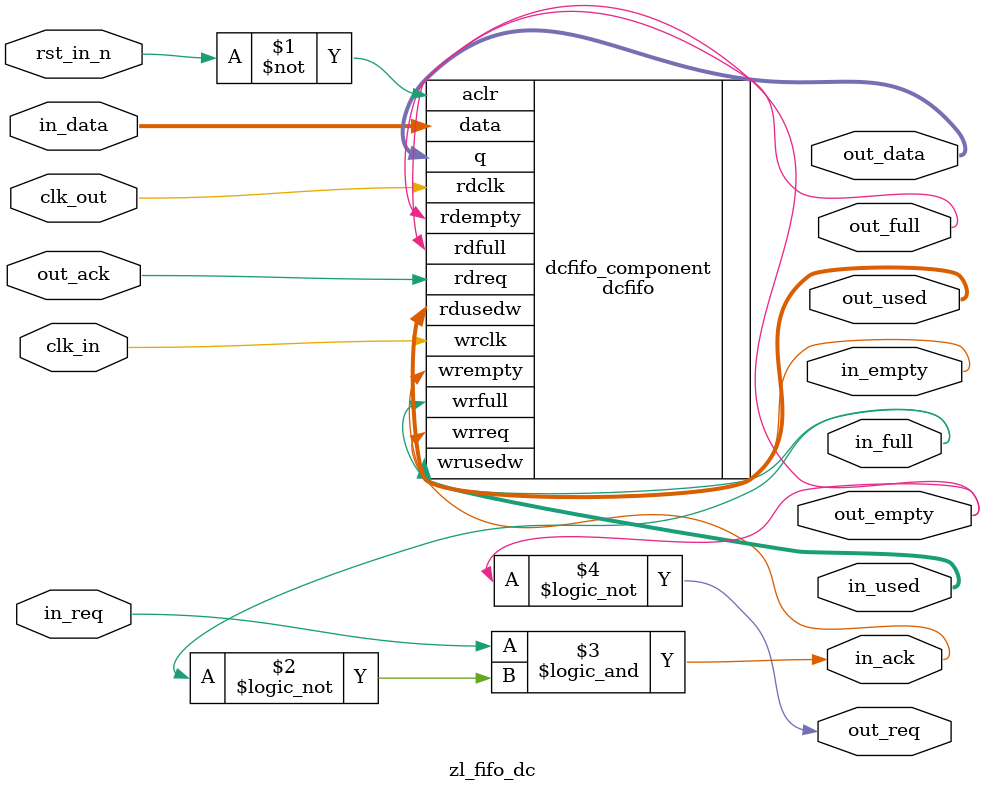
<source format=v>

`ifndef _ZL_FIFO_DC_V_
`define _ZL_FIFO_DC_V_

module zl_fifo_dc #
(
    parameter Data_width = 0,
    parameter Addr_width = 0
)
(
    input clk_in,
    input rst_in_n,
    input clk_out,
    //
    input in_req,
    output in_ack,
    input [Data_width-1:0] in_data,
    output in_full,
    output in_empty,
    output [Addr_width-1:0] in_used,
    //
    output out_req,
    input out_ack,
    output [Data_width-1:0] out_data,
    output out_full,
    output out_empty,
    output [Addr_width-1:0] out_used
);

dcfifo #
(
    .intended_device_family("Cyclone IV E"),
    .lpm_numwords(2**Addr_width),
    .lpm_showahead("ON"),
    .lpm_type("dcfifo"),
    .lpm_width(Data_width),
    .lpm_widthu(Addr_width),
    .overflow_checking("ON"),
    .rdsync_delaypipe(4),
    .underflow_checking("ON"),
    .use_eab("ON"),
    .write_aclr_synch("OFF"),
    .wrsync_delaypipe(4)
)
dcfifo_component
(
    .rdclk (clk_out),
    .wrclk (clk_in),
    .wrreq (in_ack),
    .aclr (~rst_in_n),
    .data (in_data),
    .rdreq (out_ack),
    .wrfull (in_full),
    .q (out_data),
    .rdempty (out_empty),
    .wrusedw (in_used),
    .rdusedw (out_used),
    .rdfull (out_full),
    .wrempty (in_empty)
);

assign in_ack = in_req && !in_full;
assign out_req = !out_empty;

endmodule // zl_fifo_dc

`endif // _ZL_FIFO_DC_V_

</source>
